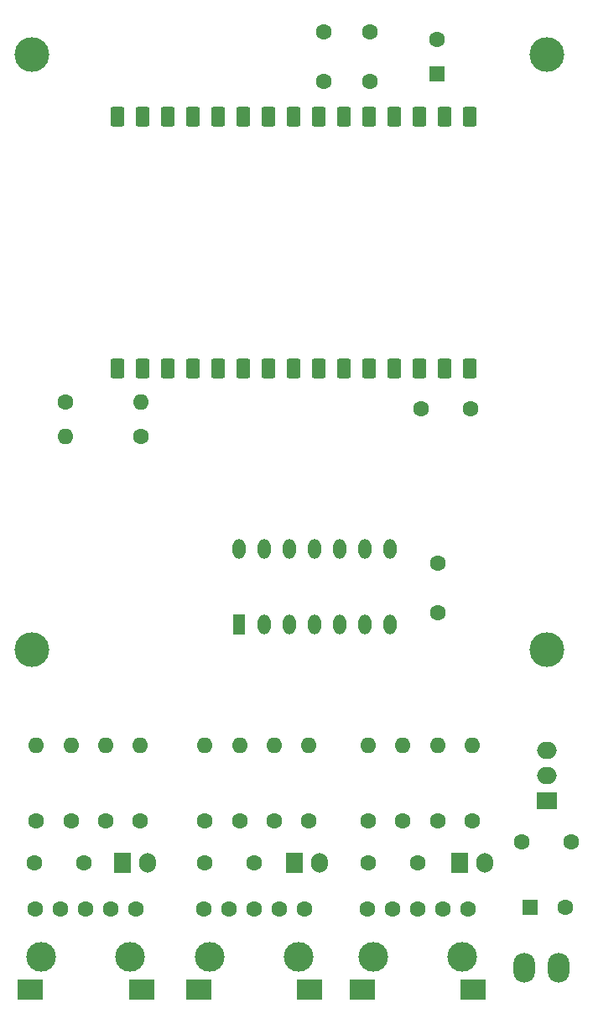
<source format=gbr>
%TF.GenerationSoftware,KiCad,Pcbnew,8.0.0*%
%TF.CreationDate,2024-03-07T23:13:00+02:00*%
%TF.ProjectId,touchdro-board,746f7563-6864-4726-9f2d-626f6172642e,rev?*%
%TF.SameCoordinates,Original*%
%TF.FileFunction,Soldermask,Bot*%
%TF.FilePolarity,Negative*%
%FSLAX46Y46*%
G04 Gerber Fmt 4.6, Leading zero omitted, Abs format (unit mm)*
G04 Created by KiCad (PCBNEW 8.0.0) date 2024-03-07 23:13:00*
%MOMM*%
%LPD*%
G01*
G04 APERTURE LIST*
G04 Aperture macros list*
%AMRoundRect*
0 Rectangle with rounded corners*
0 $1 Rounding radius*
0 $2 $3 $4 $5 $6 $7 $8 $9 X,Y pos of 4 corners*
0 Add a 4 corners polygon primitive as box body*
4,1,4,$2,$3,$4,$5,$6,$7,$8,$9,$2,$3,0*
0 Add four circle primitives for the rounded corners*
1,1,$1+$1,$2,$3*
1,1,$1+$1,$4,$5*
1,1,$1+$1,$6,$7*
1,1,$1+$1,$8,$9*
0 Add four rect primitives between the rounded corners*
20,1,$1+$1,$2,$3,$4,$5,0*
20,1,$1+$1,$4,$5,$6,$7,0*
20,1,$1+$1,$6,$7,$8,$9,0*
20,1,$1+$1,$8,$9,$2,$3,0*%
G04 Aperture macros list end*
%ADD10C,1.600000*%
%ADD11R,1.600000X1.600000*%
%ADD12O,1.600000X1.600000*%
%ADD13C,3.500000*%
%ADD14C,3.000000*%
%ADD15R,2.500000X2.000000*%
%ADD16R,2.000000X1.700000*%
%ADD17O,2.000000X1.700000*%
%ADD18R,1.300000X2.000000*%
%ADD19O,1.300000X2.000000*%
%ADD20R,1.700000X2.000000*%
%ADD21O,1.700000X2.000000*%
%ADD22RoundRect,0.229659X0.470341X-0.770341X0.470341X0.770341X-0.470341X0.770341X-0.470341X-0.770341X0*%
%ADD23O,2.200000X3.000000*%
G04 APERTURE END LIST*
D10*
%TO.C,C4*%
X146580000Y-61690000D03*
X146580000Y-56690000D03*
%TD*%
D11*
%TO.C,C6*%
X162777349Y-144990000D03*
D10*
X166277349Y-144990000D03*
%TD*%
%TO.C,R13*%
X136930000Y-136300000D03*
D12*
X136930000Y-128680000D03*
%TD*%
D10*
%TO.C,C5*%
X141930000Y-61690000D03*
X141930000Y-56690000D03*
%TD*%
%TO.C,R2*%
X116430000Y-136300000D03*
D12*
X116430000Y-128680000D03*
%TD*%
D13*
%TO.C,J6*%
X164430000Y-58990000D03*
%TD*%
D10*
%TO.C,R12*%
X112930000Y-136300000D03*
D12*
X112930000Y-128680000D03*
%TD*%
D10*
%TO.C,C1*%
X153430000Y-110290000D03*
X153430000Y-115290000D03*
%TD*%
D13*
%TO.C,J7*%
X164430000Y-118990000D03*
%TD*%
D10*
%TO.C,C2*%
X112705000Y-140495000D03*
X117705000Y-140495000D03*
%TD*%
D14*
%TO.C,J1*%
X113410000Y-149990000D03*
X122410000Y-149990000D03*
D10*
X112830000Y-145190000D03*
X115370000Y-145190000D03*
X117910000Y-145190000D03*
X120450000Y-145190000D03*
X122990000Y-145190000D03*
D15*
X112330000Y-153290000D03*
X123530000Y-153290000D03*
%TD*%
D10*
%TO.C,C9*%
X129930000Y-140485000D03*
X134930000Y-140485000D03*
%TD*%
D16*
%TO.C,J20*%
X164430000Y-134215000D03*
D17*
X164430000Y-131675000D03*
X164430000Y-129135000D03*
%TD*%
D18*
%TO.C,U1*%
X133390000Y-116490000D03*
D19*
X135930000Y-116490000D03*
X138470000Y-116490000D03*
X141010000Y-116490000D03*
X143550000Y-116490000D03*
X146090000Y-116490000D03*
X148630000Y-116490000D03*
X148630000Y-108870000D03*
X146090000Y-108870000D03*
X143550000Y-108870000D03*
X141010000Y-108870000D03*
X138470000Y-108870000D03*
X135930000Y-108870000D03*
X133390000Y-108870000D03*
%TD*%
D10*
%TO.C,C7*%
X156730000Y-94690000D03*
X151730000Y-94690000D03*
%TD*%
%TO.C,C10*%
X146450000Y-140485000D03*
X151450000Y-140485000D03*
%TD*%
%TO.C,R17*%
X153430000Y-136300000D03*
D12*
X153430000Y-128680000D03*
%TD*%
D10*
%TO.C,R19*%
X156930000Y-136300000D03*
D12*
X156930000Y-128680000D03*
%TD*%
D20*
%TO.C,JP1*%
X121655000Y-140495000D03*
D21*
X124195000Y-140495000D03*
%TD*%
D10*
%TO.C,R1*%
X123430000Y-136300000D03*
D12*
X123430000Y-128680000D03*
%TD*%
D22*
%TO.C,U3*%
X121120000Y-90640000D03*
X123660000Y-90640000D03*
X126200000Y-90640000D03*
X128740000Y-90640000D03*
X131280000Y-90640000D03*
X133820000Y-90640000D03*
X136360000Y-90640000D03*
X138900000Y-90640000D03*
X141440000Y-90640000D03*
X143980000Y-90640000D03*
X146520000Y-90640000D03*
X149060000Y-90640000D03*
X151600000Y-90640000D03*
X154140000Y-90640000D03*
X156680000Y-90640000D03*
X156680000Y-65240000D03*
X154140000Y-65240000D03*
X151600000Y-65240000D03*
X149060000Y-65240000D03*
X146520000Y-65240000D03*
X143980000Y-65240000D03*
X141440000Y-65240000D03*
X138900000Y-65240000D03*
X136360000Y-65240000D03*
X133820000Y-65240000D03*
X131280000Y-65240000D03*
X128740000Y-65240000D03*
X126200000Y-65240000D03*
X123660000Y-65240000D03*
X121120000Y-65240000D03*
%TD*%
D10*
%TO.C,R11*%
X119930000Y-136300000D03*
D12*
X119930000Y-128680000D03*
%TD*%
D10*
%TO.C,R18*%
X146430000Y-136300000D03*
D12*
X146430000Y-128680000D03*
%TD*%
D20*
%TO.C,JP3*%
X155655000Y-140495000D03*
D21*
X158195000Y-140495000D03*
%TD*%
D10*
%TO.C,R4*%
X123490000Y-97490000D03*
D12*
X115870000Y-97490000D03*
%TD*%
D14*
%TO.C,J2*%
X130410000Y-149990000D03*
X139410000Y-149990000D03*
D10*
X129830000Y-145190000D03*
X132370000Y-145190000D03*
X134910000Y-145190000D03*
X137450000Y-145190000D03*
X139990000Y-145190000D03*
D15*
X129330000Y-153290000D03*
X140530000Y-153290000D03*
%TD*%
D11*
%TO.C,C11*%
X153330000Y-60940000D03*
D10*
X153330000Y-57440000D03*
%TD*%
D20*
%TO.C,JP2*%
X138930000Y-140490000D03*
D21*
X141470000Y-140490000D03*
%TD*%
D23*
%TO.C,TB1*%
X162180000Y-151090000D03*
X165680000Y-151090000D03*
%TD*%
D10*
%TO.C,R20*%
X149930000Y-136300000D03*
D12*
X149930000Y-128680000D03*
%TD*%
D10*
%TO.C,R3*%
X115870000Y-93990000D03*
D12*
X123490000Y-93990000D03*
%TD*%
D10*
%TO.C,R15*%
X140430000Y-136300000D03*
D12*
X140430000Y-128680000D03*
%TD*%
D10*
%TO.C,R14*%
X129930000Y-136300000D03*
D12*
X129930000Y-128680000D03*
%TD*%
D13*
%TO.C,J8*%
X112430000Y-118990000D03*
%TD*%
D14*
%TO.C,J3*%
X146910000Y-149990000D03*
X155910000Y-149990000D03*
D10*
X146330000Y-145190000D03*
X148870000Y-145190000D03*
X151410000Y-145190000D03*
X153950000Y-145190000D03*
X156490000Y-145190000D03*
D15*
X145830000Y-153290000D03*
X157030000Y-153290000D03*
%TD*%
D10*
%TO.C,R16*%
X133430000Y-136300000D03*
D12*
X133430000Y-128680000D03*
%TD*%
D10*
%TO.C,C8*%
X161930000Y-138390000D03*
X166930000Y-138390000D03*
%TD*%
D13*
%TO.C,J5*%
X112430000Y-58990000D03*
%TD*%
M02*

</source>
